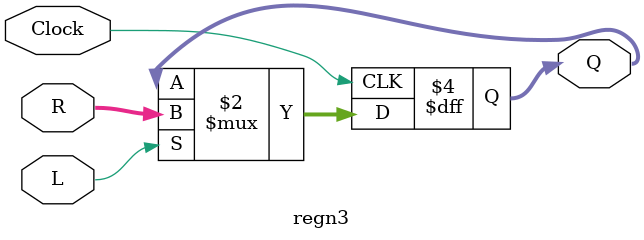
<source format=v>
module proc_mux(Data, Reset, w, Clock, F, Rx, Ry,R0, R1, R2, R3, Count, I, BusWires);
input [3:0] Data;
input Reset, w, Clock;
input [1:0] F, Rx, Ry;
output [1:0] Count, I;
output [3:0] BusWires, R0, R1, R2, R3;
reg [3:0] BusWires;
reg [3:0] Sum;
reg [0:3] Rin, Rout;
reg Extern, Ain, Gin, Gout, AddSub;
//wire [1:0] Count, I;
wire [0:3] Xreg, Y;
wire [3:0] A, G;
wire [1:6] Func, FuncReg, Sel;
//wire Clear = Reset|( ~w & ~Count[1] & ~Count[0]);
upcount1 counter (Reset, Clock, Count);
assign Func = {F, Rx, Ry};
wire FRin = w & ~Count[1] & ~Count[0];
regn3 functionreg (Func, FRin, Clock, FuncReg);
//defparam functionreg.n = 6;
assign I = FuncReg[1:2];
dec2to4 decX (FuncReg[3:4], 1'b1, Xreg);
dec2to4 decY (FuncReg[5:6], 1'b1, Y);
always @(Count or I or Xreg or Y)
begin
Extern = 1'b0; Ain = 1'b0; Gin = 1'b0;
Gout = 1'b0; AddSub = 1'b0; Rin = 4'b0; Rout = 4'b0;
case (Count)
2'b00: ; //no signals asserted in time step T0
2'b01: //define signals in time step T1
case (I)
2'b00: begin //Load
Extern = 1'b1; Rin = Xreg;
end
2'b01: begin //Move
Rout = Y; Rin = Xreg;
end
default: begin //Add, Sub
Rout = Xreg; Ain = 1'b1;
end
endcase
2'b10: //define signals in time step T2
case(I)
2'b10: begin //Add
Rout = Y; Gin = 1'b1;
end
2'b11: begin //Sub
Rout = Y; AddSub = 1'b1; Gin = 1'b1;
end
default: ; //Add, Sub
endcase
2'b11:
case (I)
2'b10, 2'b11: 
begin
Gout = 1'b1; Rin = Xreg;
end
default: ; //Add, Sub
endcase
endcase
end
regn2 reg_0 (BusWires, Rin[0], Clock, R0);
regn2 reg_1 (BusWires, Rin[1], Clock, R1);
regn2 reg_2 (BusWires, Rin[2], Clock, R2);
regn2 reg_3 (BusWires, Rin[3], Clock, R3);
regn2 reg_A (BusWires, Ain, Clock, A);
// alu
always @(AddSub or A or BusWires)
begin
if (!AddSub)
Sum = A + BusWires;
else
Sum = A - BusWires;
end
regn2 reg_G (Sum, Gin, Clock, G);
assign Sel = {Rout, Gout, Extern};
always @(Sel or R0 or R1 or R2 or R3 or G or Data)
begin
if (Sel == 6'b100000)
BusWires = R0;
else if (Sel == 6'b010000)
BusWires = R1;
else if (Sel == 6'b001000)
BusWires = R2;
else if (Sel == 6'b000100)
BusWires = R3;
else if (Sel == 6'b000010)
BusWires = G;
else BusWires = Data;
end
endmodule
module upcount1(Clear, Clock, Q);
input Clear, Clock;
output [1:0] Q;
reg [1:0] Q;
always @(posedge Clock)
if (Clear)
Q <= 0;
else
Q <= Q + 1;
endmodule
module regn2(R, L, Clock, Q);
parameter n = 4;
input [n-1:0] R;
input L, Clock;
output[n-1:0] Q;
reg [n-1:0] Q;
always @(posedge Clock)
if (L)
Q <= R;
endmodule
module dec2to4 (W, En, Y);
input [1:0]W;
input En;
output [0:3] Y;
reg [0:3] Y;
always @(W or En)
case ({En,W})
3'b100: Y = 4'b1000;
3'b101: Y = 4'b0100;
3'b110: Y = 4'b0010;
3'b111: Y = 4'b0001;
default: Y = 4'b0000;
endcase
endmodule
module regn3(R, L, Clock, Q);
parameter n = 6;
input [n-1:0] R;
input L, Clock;
output[n-1:0] Q;
reg [n-1:0] Q;
always @(posedge Clock)
if (L)
Q <= R;
endmodule

</source>
